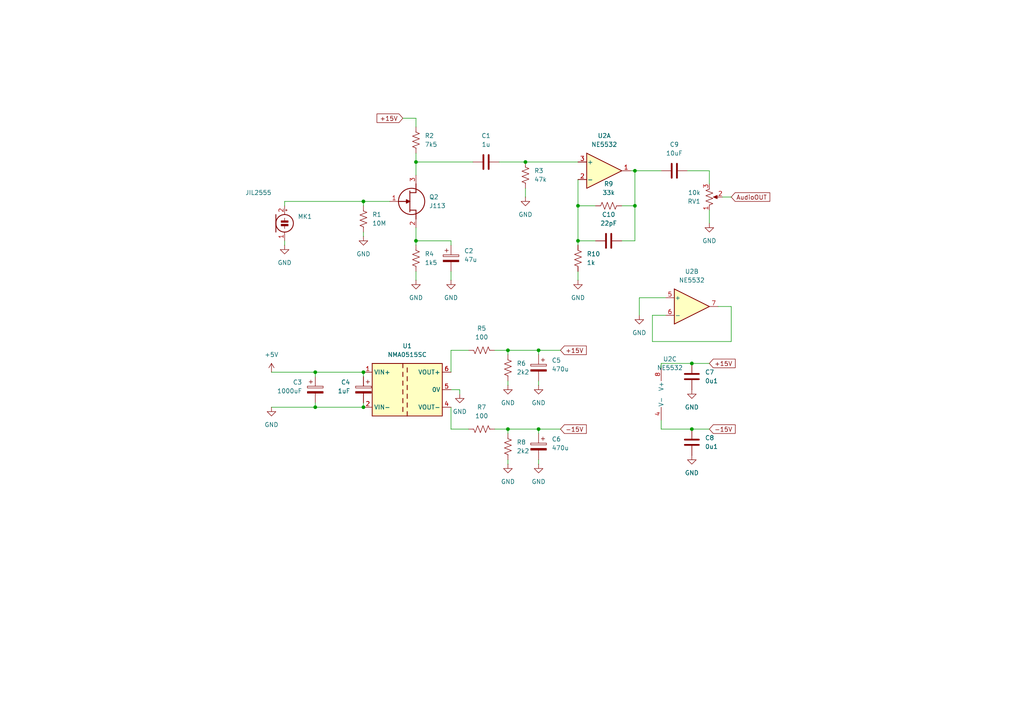
<source format=kicad_sch>
(kicad_sch (version 20250114) (generator "eeschema") (generator_version "9.0")
  (paper "A4")
  (title_block (title "JIL 2555 Pre-Amplifier, lite") (date "2025-05-25") (rev "1.0") (company "Anauseam"))
  (lib_symbols
    (symbol "Amplifier_Operational:NE5532" (pin_names (offset 0.127))
      (property "Reference" "U" (at 0 5.08 0))
      (property "Value" "NE5532" (at 0 -5.08 0))
      (symbol "NE5532_1_1"
        (polyline (pts (xy -5.08 5.08) (xy 5.08 0) (xy -5.08 -5.08) (xy -5.08 5.08)) (stroke (width 0.254)) (fill (type background)))
        (pin input line (at -7.62 2.54 0) (length 2.54) (name "+") (number "3"))
        (pin input line (at -7.62 -2.54 0) (length 2.54) (name "-") (number "2"))
        (pin output line (at 7.62 0 180) (length 2.54) (name "~") (number "1"))
      )
      (symbol "NE5532_2_1"
        (polyline (pts (xy -5.08 5.08) (xy 5.08 0) (xy -5.08 -5.08) (xy -5.08 5.08)) (stroke (width 0.254)) (fill (type background)))
        (pin input line (at -7.62 2.54 0) (length 2.54) (name "+") (number "5"))
        (pin input line (at -7.62 -2.54 0) (length 2.54) (name "-") (number "6"))
        (pin output line (at 7.62 0 180) (length 2.54) (name "~") (number "7"))
      )
      (symbol "NE5532_3_1"
        (pin power_in line (at -2.54 7.62 270) (length 3.81) (name "V+") (number "8"))
        (pin power_in line (at -2.54 -7.62 90) (length 3.81) (name "V-") (number "4"))
      )
    )
    (symbol "Device:C" (pin_numbers (hide yes)) (pin_names (offset 0.254))
      (property "Reference" "C" (at 0.635 2.54 0))
      (property "Value" "C" (at 0.635 -2.54 0))
      (symbol "C_0_1"
        (polyline (pts (xy -2.032 0.762) (xy 2.032 0.762)) (stroke (width 0.508)))
        (polyline (pts (xy -2.032 -0.762) (xy 2.032 -0.762)) (stroke (width 0.508)))
      )
      (symbol "C_1_1"
        (pin passive line (at 0 3.81 270) (length 2.794) (name "~") (number "1"))
        (pin passive line (at 0 -3.81 90) (length 2.794) (name "~") (number "2"))
      )
    )
    (symbol "Device:C_Polarized" (pin_numbers (hide yes)) (pin_names (offset 0.254))
      (property "Reference" "C" (at 0.635 2.54 0))
      (property "Value" "C_Polarized" (at 0.635 -2.54 0))
      (symbol "C_Polarized_0_1"
        (rectangle (start -2.286 0.508) (end 2.286 1.016))
        (polyline (pts (xy -1.778 2.286) (xy -0.762 2.286)))
        (polyline (pts (xy -1.27 2.794) (xy -1.27 1.778)))
        (rectangle (start 2.286 -0.508) (end -2.286 -1.016) (fill (type outline)))
      )
      (symbol "C_Polarized_1_1"
        (pin passive line (at 0 3.81 270) (length 2.794) (name "~") (number "1"))
        (pin passive line (at 0 -3.81 90) (length 2.794) (name "~") (number "2"))
      )
    )
    (symbol "Device:Microphone_Condenser" (pin_names (offset 0.0254) (hide yes))
      (property "Reference" "MK" (at -3.302 1.27 0))
      (property "Value" "Microphone_Condenser" (at -3.302 -0.635 0))
      (symbol "Microphone_Condenser_0_1"
        (polyline (pts (xy -2.54 2.54) (xy -2.54 -2.54)) (stroke (width 0.254)))
        (polyline (pts (xy 0 0.762) (xy 0 1.524)))
        (circle (center 0 0) (radius 2.54) (stroke (width 0.254)))
        (polyline (pts (xy 0 -0.762) (xy 0 -1.524)))
        (polyline (pts (xy 0.254 3.81) (xy 0.762 3.81)))
        (polyline (pts (xy 0.508 4.064) (xy 0.508 3.556)))
        (rectangle (start 1.016 0.762) (end -1.016 0.254) (fill (type outline)))
        (rectangle (start 1.016 -0.254) (end -1.016 -0.762) (fill (type outline)))
      )
      (symbol "Microphone_Condenser_1_1"
        (pin passive line (at 0 5.08 270) (length 2.54) (name "+") (number "2"))
        (pin passive line (at 0 -5.08 90) (length 2.54) (name "-") (number "1"))
      )
    )
    (symbol "Device:R_Potentiometer_US" (pin_names (offset 1.016) (hide yes))
      (property "Reference" "RV" (at -4.445 0 90))
      (property "Value" "R_Potentiometer_US" (at -2.54 0 90))
      (symbol "R_Potentiometer_US_0_1"
        (polyline (pts (xy 0 2.54) (xy 0 2.286)))
        (polyline (pts (xy 0 2.286) (xy 1.016 1.905) (xy 0 1.524) (xy -1.016 1.143) (xy 0 0.762)))
        (polyline (pts (xy 0 0.762) (xy 1.016 0.381) (xy 0 0) (xy -1.016 -0.381) (xy 0 -0.762)))
        (polyline (pts (xy 0 -0.762) (xy 1.016 -1.143) (xy 0 -1.524) (xy -1.016 -1.905) (xy 0 -2.286)))
        (polyline (pts (xy 0 -2.286) (xy 0 -2.54)))
        (polyline (pts (xy 1.143 0) (xy 2.286 0.508) (xy 2.286 -0.508) (xy 1.143 0)) (fill (type outline)))
        (polyline (pts (xy 2.54 0) (xy 1.524 0)))
      )
      (symbol "R_Potentiometer_US_1_1"
        (pin passive line (at 0 3.81 270) (length 1.27) (name "1") (number "1"))
        (pin passive line (at 0 -3.81 90) (length 1.27) (name "3") (number "3"))
        (pin passive line (at 3.81 0 180) (length 1.27) (name "2") (number "2"))
      )
    )
    (symbol "Device:R_US" (pin_numbers (hide yes)) (pin_names (offset 0))
      (property "Reference" "R" (at 2.54 0 90))
      (property "Value" "R_US" (at -2.54 0 90))
      (symbol "R_US_0_1"
        (polyline (pts (xy 0 2.286) (xy 0 2.54)))
        (polyline (pts (xy 0 2.286) (xy 1.016 1.905) (xy 0 1.524) (xy -1.016 1.143) (xy 0 0.762)))
        (polyline (pts (xy 0 0.762) (xy 1.016 0.381) (xy 0 0) (xy -1.016 -0.381) (xy 0 -0.762)))
        (polyline (pts (xy 0 -0.762) (xy 1.016 -1.143) (xy 0 -1.524) (xy -1.016 -1.905) (xy 0 -2.286)))
        (polyline (pts (xy 0 -2.286) (xy 0 -2.54)))
      )
      (symbol "R_US_1_1"
        (pin passive line (at 0 3.81 270) (length 1.27) (name "~") (number "1"))
        (pin passive line (at 0 -3.81 90) (length 1.27) (name "~") (number "2"))
      )
    )
    (symbol "J113-D74Z:J113-D74Z" (pin_names (hide yes))
      (property "Reference" "Q" (at 11.43 1.27 0))
      (property "Value" "J113-D74Z" (at 11.43 -1.27 0))
      (symbol "J113-D74Z_1_1"
        (polyline (pts (xy 2.54 0) (xy 5.842 0)) (stroke (width 0.254)))
        (polyline (pts (xy 5.842 3.048) (xy 5.842 -3.048)) (stroke (width 0.254)))
        (polyline (pts (xy 5.842 0) (xy 4.826 -0.508) (xy 4.826 0.508) (xy 5.842 0)) (stroke (width 0.254)) (fill (type outline)))
        (polyline (pts (xy 5.842 -2.54) (xy 7.62 -2.54)) (stroke (width 0.254)))
        (circle (center 6.35 0) (radius 3.81) (stroke (width 0.254)))
        (polyline (pts (xy 7.62 2.54) (xy 5.842 2.54)) (stroke (width 0.254)))
        (polyline (pts (xy 7.62 2.54) (xy 7.62 5.08)) (stroke (width 0.254)))
        (polyline (pts (xy 7.62 -5.08) (xy 7.62 -2.54)) (stroke (width 0.254)))
        (pin passive line (at 0 0 0) (length 2.54) (name "G") (number "1"))
        (pin passive line (at 7.62 7.62 270) (length 2.54) (name "D") (number "3"))
        (pin passive line (at 7.62 -7.62 90) (length 2.54) (name "S") (number "2"))
      )
    )
    (symbol "Regulator_Switching:NMA0515SC"
      (property "Reference" "U" (at -10.16 8.89 0))
      (property "Value" "NMA0515SC" (at 0 8.89 0))
      (symbol "NMA0515SC_0_1"
        (rectangle (start -10.16 7.62) (end 10.16 -7.62) (stroke (width 0.254)) (fill (type background)))
        (polyline (pts (xy -1.27 7.62) (xy -1.27 6.35)) (stroke (width 0.254)))
        (polyline (pts (xy -1.27 5.08) (xy -1.27 3.81)) (stroke (width 0.254)))
        (polyline (pts (xy -1.27 2.54) (xy -1.27 1.27)) (stroke (width 0.254)))
        (polyline (pts (xy -1.27 0) (xy -1.27 -1.27)) (stroke (width 0.254)))
        (polyline (pts (xy -1.27 -2.54) (xy -1.27 -3.81)) (stroke (width 0.254)))
        (polyline (pts (xy -1.27 -5.08) (xy -1.27 -6.35)) (stroke (width 0.254)))
        (polyline (pts (xy 0 5.08) (xy 0 6.35)) (stroke (width 0.254)))
        (polyline (pts (xy 0 2.54) (xy 0 3.81)) (stroke (width 0.254)))
        (polyline (pts (xy 0 0) (xy 0 1.27)) (stroke (width 0.254)))
        (polyline (pts (xy 0 -1.27) (xy 0 -2.54)) (stroke (width 0.254)))
        (polyline (pts (xy 0 -5.08) (xy 0 -3.81)) (stroke (width 0.254)))
        (polyline (pts (xy 0 -7.62) (xy 0 -6.35)) (stroke (width 0.254)))
      )
      (symbol "NMA0515SC_1_1"
        (pin power_in line (at -12.7 5.08 0) (length 2.54) (name "VIN+") (number "1"))
        (pin power_in line (at -12.7 -5.08 0) (length 2.54) (name "VIN-") (number "2"))
        (pin power_out line (at 12.7 5.08 180) (length 2.54) (name "VOUT+") (number "6"))
        (pin power_out line (at 12.7 0 180) (length 2.54) (name "0V") (number "5"))
        (pin power_out line (at 12.7 -5.08 180) (length 2.54) (name "VOUT-") (number "4"))
      )
    )
    (symbol "power:+5V" (power) (pin_numbers (hide yes)) (pin_names (offset 0) (hide yes))
      (property "Value" "+5V" (at 0 3.556 0))
      (symbol "+5V_0_1"
        (polyline (pts (xy -0.762 1.27) (xy 0 2.54)))
        (polyline (pts (xy 0 2.54) (xy 0.762 1.27)))
        (polyline (pts (xy 0 0) (xy 0 2.54)))
      )
      (symbol "+5V_1_1"
        (pin power_in line (at 0 0 90) (length 0) (name "~") (number "1"))
      )
    )
    (symbol "power:GND" (power) (pin_numbers (hide yes)) (pin_names (offset 0) (hide yes))
      (property "Value" "GND" (at 0 -3.81 0))
      (symbol "GND_0_1"
        (polyline (pts (xy 0 0) (xy 0 -1.27) (xy 1.27 -1.27) (xy 0 -2.54) (xy -1.27 -1.27) (xy 0 -1.27)))
      )
      (symbol "GND_1_1"
        (pin power_in line (at 0 0 270) (length 0) (name "~") (number "1"))
      )
    )
  )
  (junction (at 167.64 69.85))
  (junction (at 105.41 118.11))
  (junction (at 147.32 101.6))
  (junction (at 120.65 46.99))
  (junction (at 167.64 59.69))
  (junction (at 184.15 49.53))
  (junction (at 105.41 58.42))
  (junction (at 152.4 46.99))
  (junction (at 147.32 124.46))
  (junction (at 91.44 107.95))
  (junction (at 184.15 59.69))
  (junction (at 105.41 107.95))
  (junction (at 156.21 124.46))
  (junction (at 91.44 118.11))
  (junction (at 200.66 105.41))
  (junction (at 120.65 69.85))
  (junction (at 200.66 124.46))
  (junction (at 156.21 101.6))
  (wire (pts (xy 205.74 53.34) (xy 205.74 49.53)))
  (wire (pts (xy 184.15 59.69) (xy 184.15 49.53)))
  (wire (pts (xy 167.64 52.07) (xy 167.64 59.69)))
  (wire (pts (xy 147.32 124.46) (xy 147.32 125.73)))
  (wire (pts (xy 200.66 105.41) (xy 191.77 105.41)))
  (wire (pts (xy 120.65 44.45) (xy 120.65 46.99)))
  (wire (pts (xy 82.55 58.42) (xy 105.41 58.42)))
  (wire (pts (xy 91.44 116.84) (xy 91.44 118.11)))
  (wire (pts (xy 130.81 101.6) (xy 130.81 107.95)))
  (wire (pts (xy 105.41 68.58) (xy 105.41 67.31)))
  (wire (pts (xy 212.09 88.9) (xy 208.28 88.9)))
  (wire (pts (xy 130.81 78.74) (xy 130.81 81.28)))
  (wire (pts (xy 120.65 69.85) (xy 130.81 69.85)))
  (wire (pts (xy 156.21 101.6) (xy 162.56 101.6)))
  (wire (pts (xy 182.88 49.53) (xy 184.15 49.53)))
  (wire (pts (xy 133.35 113.03) (xy 130.81 113.03)))
  (wire (pts (xy 205.74 49.53) (xy 199.39 49.53)))
  (wire (pts (xy 185.42 86.36) (xy 193.04 86.36)))
  (wire (pts (xy 135.89 101.6) (xy 130.81 101.6)))
  (wire (pts (xy 156.21 124.46) (xy 162.56 124.46)))
  (wire (pts (xy 130.81 124.46) (xy 130.81 118.11)))
  (wire (pts (xy 116.84 34.29) (xy 120.65 34.29)))
  (wire (pts (xy 91.44 109.22) (xy 91.44 107.95)))
  (wire (pts (xy 205.74 64.77) (xy 205.74 60.96)))
  (wire (pts (xy 91.44 118.11) (xy 105.41 118.11)))
  (wire (pts (xy 78.74 107.95) (xy 91.44 107.95)))
  (wire (pts (xy 143.51 124.46) (xy 147.32 124.46)))
  (wire (pts (xy 105.41 107.95) (xy 105.41 109.22)))
  (wire (pts (xy 184.15 49.53) (xy 191.77 49.53)))
  (wire (pts (xy 120.65 46.99) (xy 120.65 50.8)))
  (wire (pts (xy 120.65 66.04) (xy 120.65 69.85)))
  (wire (pts (xy 147.32 124.46) (xy 156.21 124.46)))
  (wire (pts (xy 143.51 101.6) (xy 147.32 101.6)))
  (wire (pts (xy 205.74 105.41) (xy 200.66 105.41)))
  (wire (pts (xy 120.65 34.29) (xy 120.65 36.83)))
  (wire (pts (xy 147.32 134.62) (xy 147.32 133.35)))
  (wire (pts (xy 212.09 99.06) (xy 212.09 88.9)))
  (wire (pts (xy 78.74 118.11) (xy 91.44 118.11)))
  (wire (pts (xy 105.41 116.84) (xy 105.41 118.11)))
  (wire (pts (xy 189.23 91.44) (xy 189.23 99.06)))
  (wire (pts (xy 185.42 86.36) (xy 185.42 91.44)))
  (wire (pts (xy 184.15 69.85) (xy 184.15 59.69)))
  (wire (pts (xy 191.77 105.41) (xy 191.77 106.68)))
  (wire (pts (xy 200.66 124.46) (xy 191.77 124.46)))
  (wire (pts (xy 167.64 69.85) (xy 172.72 69.85)))
  (wire (pts (xy 152.4 57.15) (xy 152.4 54.61)))
  (wire (pts (xy 212.09 57.15) (xy 209.55 57.15)))
  (wire (pts (xy 167.64 59.69) (xy 167.64 69.85)))
  (wire (pts (xy 133.35 114.3) (xy 133.35 113.03)))
  (wire (pts (xy 156.21 125.73) (xy 156.21 124.46)))
  (wire (pts (xy 105.41 58.42) (xy 113.03 58.42)))
  (wire (pts (xy 167.64 69.85) (xy 167.64 71.12)))
  (wire (pts (xy 167.64 81.28) (xy 167.64 78.74)))
  (wire (pts (xy 82.55 71.12) (xy 82.55 69.85)))
  (wire (pts (xy 180.34 59.69) (xy 184.15 59.69)))
  (wire (pts (xy 82.55 59.69) (xy 82.55 58.42)))
  (wire (pts (xy 144.78 46.99) (xy 152.4 46.99)))
  (wire (pts (xy 135.89 124.46) (xy 130.81 124.46)))
  (wire (pts (xy 120.65 46.99) (xy 137.16 46.99)))
  (wire (pts (xy 147.32 101.6) (xy 156.21 101.6)))
  (wire (pts (xy 205.74 124.46) (xy 200.66 124.46)))
  (wire (pts (xy 156.21 110.49) (xy 156.21 111.76)))
  (wire (pts (xy 180.34 69.85) (xy 184.15 69.85)))
  (wire (pts (xy 147.32 110.49) (xy 147.32 111.76)))
  (wire (pts (xy 156.21 101.6) (xy 156.21 102.87)))
  (wire (pts (xy 191.77 124.46) (xy 191.77 121.92)))
  (wire (pts (xy 156.21 134.62) (xy 156.21 133.35)))
  (wire (pts (xy 130.81 71.12) (xy 130.81 69.85)))
  (wire (pts (xy 189.23 99.06) (xy 212.09 99.06)))
  (wire (pts (xy 167.64 59.69) (xy 172.72 59.69)))
  (wire (pts (xy 147.32 101.6) (xy 147.32 102.87)))
  (wire (pts (xy 193.04 91.44) (xy 189.23 91.44)))
  (wire (pts (xy 120.65 78.74) (xy 120.65 81.28)))
  (wire (pts (xy 91.44 107.95) (xy 105.41 107.95)))
  (wire (pts (xy 152.4 46.99) (xy 167.64 46.99)))
  (wire (pts (xy 105.41 59.69) (xy 105.41 58.42)))
  (wire (pts (xy 120.65 71.12) (xy 120.65 69.85)))
  (global_label "+15V" (shape input) (at 116.84 34.29 180) (property "Intersheetrefs" "${INTERSHEET_REFS}" (effects (hide yes))))
  (global_label "AudioOUT" (shape input) (at 212.09 57.15 0) (property "Intersheetrefs" "${INTERSHEET_REFS}" (effects (hide yes))))
  (global_label "-15V" (shape input) (at 162.56 124.46 0) (property "Intersheetrefs" "${INTERSHEET_REFS}" (effects (hide yes))))
  (global_label "-15V" (shape input) (at 205.74 124.46 0) (property "Intersheetrefs" "${INTERSHEET_REFS}" (effects (hide yes))))
  (global_label "+15V" (shape input) (at 162.56 101.6 0) (property "Intersheetrefs" "${INTERSHEET_REFS}" (effects (hide yes))))
  (global_label "+15V" (shape input) (at 205.74 105.41 0) (property "Intersheetrefs" "${INTERSHEET_REFS}" (effects (hide yes))))
  (symbol (lib_id "power:+5V") (at 78.74 107.95 0) (mirror y) (unit 1)
    (property "Reference" "#PWR01" (effects (hide yes)))
    (property "Value" "+5V" (at 78.74 102.87 0))
    (property "Description" "Power symbol creates a global label with name \"+5V\"" (effects (hide yes)))
  )
  (symbol (lib_id "power:GND") (at 200.66 132.08 0) (mirror y) (unit 1)
    (property "Reference" "#PWR015" (effects (hide yes)))
    (property "Value" "GND" (at 200.66 137.16 0))
    (property "Description" "Power symbol creates a global label with name \"GND\" , ground" (effects (hide yes)))
  )
  (symbol (lib_id "Device:C") (at 200.66 109.22 180) (unit 1)
    (property "Reference" "C7" (at 204.47 107.9499 0) (effects (justify right)))
    (property "Value" "0u1" (at 204.47 110.4899 0) (effects (justify right)))
    (property "Description" "Unpolarized capacitor" (effects (hide yes)))
  )
  (symbol (lib_id "power:GND") (at 147.32 134.62 0) (mirror y) (unit 1)
    (property "Reference" "#PWR010" (effects (hide yes)))
    (property "Value" "GND" (at 147.32 139.7 0))
    (property "Description" "Power symbol creates a global label with name \"GND\" , ground" (effects (hide yes)))
  )
  (symbol (lib_id "power:GND") (at 205.74 64.77 0) (mirror y) (unit 1)
    (property "Reference" "#PWR016" (effects (hide yes)))
    (property "Value" "GND" (at 205.74 69.85 0))
    (property "Description" "Power symbol creates a global label with name \"GND\" , ground" (effects (hide yes)))
  )
  (symbol (lib_id "Device:C") (at 200.66 128.27 180) (unit 1)
    (property "Reference" "C8" (at 204.47 126.9999 0) (effects (justify right)))
    (property "Value" "0u1" (at 204.47 129.5399 0) (effects (justify right)))
    (property "Description" "Unpolarized capacitor" (effects (hide yes)))
  )
  (symbol (lib_id "Amplifier_Operational:NE5532") (at 175.26 49.53 0) (unit 1)
    (property "Reference" "U2" (at 175.26 39.37 0))
    (property "Value" "NE5532" (at 175.26 41.91 0))
    (property "Datasheet" "http://www.ti.com/lit/ds/symlink/ne5532.pdf" (effects (hide yes)))
    (property "Description" "Dual Low-Noise Operational Amplifiers, DIP-8/SOIC-8" (effects (hide yes)))
  )
  (symbol (lib_id "Device:C_Polarized") (at 91.44 113.03 0) (unit 1)
    (property "Reference" "C3" (at 87.63 110.8709 0) (effects (justify right)))
    (property "Value" "1000uF" (at 87.63 113.4109 0) (effects (justify right)))
    (property "Description" "Polarized capacitor" (effects (hide yes)))
  )
  (symbol (lib_id "Device:R_US") (at 147.32 106.68 0) (unit 1)
    (property "Reference" "R6" (at 149.86 105.4099 0) (effects (justify left)))
    (property "Value" "2k2" (at 149.86 107.9499 0) (effects (justify left)))
    (property "Description" "Resistor, US symbol" (effects (hide yes)))
  )
  (symbol (lib_id "power:GND") (at 167.64 81.28 0) (mirror y) (unit 1)
    (property "Reference" "#PWR013" (effects (hide yes)))
    (property "Value" "GND" (at 167.64 86.36 0))
    (property "Description" "Power symbol creates a global label with name \"GND\" , ground" (effects (hide yes)))
  )
  (symbol (lib_id "Device:C_Polarized") (at 130.81 74.93 0) (unit 1)
    (property "Reference" "C2" (at 134.62 72.7709 0) (effects (justify left)))
    (property "Value" "47u" (at 134.62 75.3109 0) (effects (justify left)))
    (property "Description" "Polarized capacitor" (effects (hide yes)))
  )
  (symbol (lib_id "power:GND") (at 130.81 81.28 0) (unit 1)
    (property "Reference" "#PWR07" (effects (hide yes)))
    (property "Value" "GND" (at 130.81 86.36 0))
    (property "Description" "Power symbol creates a global label with name \"GND\" , ground" (effects (hide yes)))
  )
  (symbol (lib_id "J113-D74Z:J113-D74Z") (at 113.03 58.42 0) (unit 1)
    (property "Reference" "Q2" (at 124.46 57.1499 0) (effects (justify left)))
    (property "Value" "J113" (at 124.46 59.6899 0) (effects (justify left)))
    (property "Footprint" "J113D74Z" (effects (hide yes)))
    (property "Datasheet" "https://www.onsemi.com/pub/Collateral/MMBFJ113-D.PDF" (effects (hide yes)))
    (property "Description" "These are Pb-Free Devices; Sourced from Process 51" (effects (hide yes)))
    (property "Height" "5.33" (effects (hide yes)))
    (property "Manufacturer_Name" "onsemi" (effects (hide yes)))
    (property "Manufacturer_Part_Number" "J113-D74Z" (effects (hide yes)))
    (property "Mouser Part Number" "512-J113D74Z" (effects (hide yes)))
    (property "Mouser Price/Stock" "https://www.mouser.co.uk/ProductDetail/onsemi-Fairchild/J113-D74Z?qs=0lQeLiL1qyZQ7ZapTT2PEA%3D%3D" (effects (hide yes)))
    (property "Arrow Part Number" "J113-D74Z" (effects (hide yes)))
    (property "Arrow Price/Stock" "https://www.arrow.com/en/products/j113-d74z/on-semiconductor" (effects (hide yes)))
  )
  (symbol (lib_id "power:GND") (at 152.4 57.15 0) (mirror y) (unit 1)
    (property "Reference" "#PWR012" (effects (hide yes)))
    (property "Value" "GND" (at 152.4 62.23 0))
    (property "Description" "Power symbol creates a global label with name \"GND\" , ground" (effects (hide yes)))
  )
  (symbol (lib_id "Device:C_Polarized") (at 156.21 129.54 0) (mirror y) (unit 1)
    (property "Reference" "C6" (at 160.02 127.3809 0) (effects (justify right)))
    (property "Value" "470u" (at 160.02 129.9209 0) (effects (justify right)))
    (property "Description" "Polarized capacitor" (effects (hide yes)))
  )
  (symbol (lib_id "Device:Microphone_Condenser") (at 82.55 64.77 0) (unit 1)
    (property "Reference" "MK1" (at 86.36 62.8014 0) (effects (justify left)))
    (property "Value" "JIL2555" (at 71.12 55.88 0) (effects (justify left)))
    (property "Description" "Condenser microphone" (effects (hide yes)))
  )
  (symbol (lib_id "power:GND") (at 185.42 91.44 0) (mirror y) (unit 1)
    (property "Reference" "#PWR017" (effects (hide yes)))
    (property "Value" "GND" (at 185.42 96.52 0))
    (property "Description" "Power symbol creates a global label with name \"GND\" , ground" (effects (hide yes)))
  )
  (symbol (lib_id "Device:R_US") (at 120.65 74.93 180) (unit 1)
    (property "Reference" "R4" (at 123.19 73.6599 0) (effects (justify right)))
    (property "Value" "1k5" (at 123.19 76.1999 0) (effects (justify right)))
    (property "Description" "Resistor, US symbol" (effects (hide yes)))
  )
  (symbol (lib_id "power:GND") (at 78.74 118.11 0) (mirror y) (unit 1)
    (property "Reference" "#PWR04" (effects (hide yes)))
    (property "Value" "GND" (at 78.74 123.19 0))
    (property "Description" "Power symbol creates a global label with name \"GND\" , ground" (effects (hide yes)))
  )
  (symbol (lib_id "Device:C") (at 195.58 49.53 90) (unit 1)
    (property "Reference" "C9" (at 195.58 41.91 90))
    (property "Value" "10uF" (at 195.58 44.45 90))
    (property "Description" "Unpolarized capacitor" (effects (hide yes)))
  )
  (symbol (lib_id "Device:R_US") (at 139.7 101.6 270) (mirror x) (unit 1)
    (property "Reference" "R5" (at 139.7 95.25 90))
    (property "Value" "100" (at 139.7 97.79 90))
    (property "Description" "Resistor, US symbol" (effects (hide yes)))
  )
  (symbol (lib_id "Device:R_US") (at 152.4 50.8 0) (unit 1)
    (property "Reference" "R3" (at 154.94 49.5299 0) (effects (justify left)))
    (property "Value" "47k" (at 154.94 52.0699 0) (effects (justify left)))
    (property "Description" "Resistor, US symbol" (effects (hide yes)))
  )
  (symbol (lib_id "power:GND") (at 105.41 68.58 0) (unit 1)
    (property "Reference" "#PWR03" (effects (hide yes)))
    (property "Value" "GND" (at 105.41 73.66 0))
    (property "Description" "Power symbol creates a global label with name \"GND\" , ground" (effects (hide yes)))
  )
  (symbol (lib_id "Device:C_Polarized") (at 105.41 113.03 0) (mirror y) (unit 1)
    (property "Reference" "C4" (at 101.6 110.8709 0) (effects (justify left)))
    (property "Value" "1uF" (at 101.6 113.4109 0) (effects (justify left)))
    (property "Description" "Polarized capacitor" (effects (hide yes)))
  )
  (symbol (lib_id "Amplifier_Operational:NE5532") (at 194.31 114.3 0) (unit 3)
    (property "Reference" "U2" (at 194.31 104.14 0))
    (property "Value" "NE5532" (at 194.31 106.68 0))
    (property "Datasheet" "http://www.ti.com/lit/ds/symlink/ne5532.pdf" (effects (hide yes)))
    (property "Description" "Dual Low-Noise Operational Amplifiers, DIP-8/SOIC-8" (effects (hide yes)))
  )
  (symbol (lib_id "Device:R_US") (at 167.64 74.93 0) (unit 1)
    (property "Reference" "R10" (at 170.18 73.6599 0) (effects (justify left)))
    (property "Value" "1k" (at 170.18 76.1999 0) (effects (justify left)))
    (property "Description" "Resistor, US symbol" (effects (hide yes)))
  )
  (symbol (lib_id "Device:C") (at 140.97 46.99 90) (unit 1)
    (property "Reference" "C1" (at 140.97 39.37 90))
    (property "Value" "1u" (at 140.97 41.91 90))
    (property "Description" "Unpolarized capacitor" (effects (hide yes)))
  )
  (symbol (lib_id "power:GND") (at 156.21 111.76 0) (mirror y) (unit 1)
    (property "Reference" "#PWR09" (effects (hide yes)))
    (property "Value" "GND" (at 156.21 116.84 0))
    (property "Description" "Power symbol creates a global label with name \"GND\" , ground" (effects (hide yes)))
  )
  (symbol (lib_id "power:GND") (at 147.32 111.76 0) (mirror y) (unit 1)
    (property "Reference" "#PWR08" (effects (hide yes)))
    (property "Value" "GND" (at 147.32 116.84 0))
    (property "Description" "Power symbol creates a global label with name \"GND\" , ground" (effects (hide yes)))
  )
  (symbol (lib_id "Device:R_US") (at 105.41 63.5 0) (unit 1)
    (property "Reference" "R1" (at 107.95 62.2299 0) (effects (justify left)))
    (property "Value" "10M" (at 107.95 64.7699 0) (effects (justify left)))
    (property "Description" "Resistor, US symbol" (effects (hide yes)))
  )
  (symbol (lib_id "power:GND") (at 200.66 113.03 0) (mirror y) (unit 1)
    (property "Reference" "#PWR014" (effects (hide yes)))
    (property "Value" "GND" (at 200.66 118.11 0))
    (property "Description" "Power symbol creates a global label with name \"GND\" , ground" (effects (hide yes)))
  )
  (symbol (lib_id "Device:R_US") (at 147.32 129.54 0) (unit 1)
    (property "Reference" "R8" (at 149.86 128.2699 0) (effects (justify left)))
    (property "Value" "2k2" (at 149.86 130.8099 0) (effects (justify left)))
    (property "Description" "Resistor, US symbol" (effects (hide yes)))
  )
  (symbol (lib_id "Amplifier_Operational:NE5532") (at 200.66 88.9 0) (unit 2)
    (property "Reference" "U2" (at 200.66 78.74 0))
    (property "Value" "NE5532" (at 200.66 81.28 0))
    (property "Datasheet" "http://www.ti.com/lit/ds/symlink/ne5532.pdf" (effects (hide yes)))
    (property "Description" "Dual Low-Noise Operational Amplifiers, DIP-8/SOIC-8" (effects (hide yes)))
  )
  (symbol (lib_id "Device:R_US") (at 139.7 124.46 270) (mirror x) (unit 1)
    (property "Reference" "R7" (at 139.7 118.11 90))
    (property "Value" "100" (at 139.7 120.65 90))
    (property "Description" "Resistor, US symbol" (effects (hide yes)))
  )
  (symbol (lib_id "power:GND") (at 133.35 114.3 0) (mirror y) (unit 1)
    (property "Reference" "#PWR05" (effects (hide yes)))
    (property "Value" "GND" (at 133.35 119.38 0))
    (property "Description" "Power symbol creates a global label with name \"GND\" , ground" (effects (hide yes)))
  )
  (symbol (lib_id "power:GND") (at 156.21 134.62 0) (mirror y) (unit 1)
    (property "Reference" "#PWR011" (effects (hide yes)))
    (property "Value" "GND" (at 156.21 139.7 0))
    (property "Description" "Power symbol creates a global label with name \"GND\" , ground" (effects (hide yes)))
  )
  (symbol (lib_id "power:GND") (at 82.55 71.12 0) (unit 1)
    (property "Reference" "#PWR02" (effects (hide yes)))
    (property "Value" "GND" (at 82.55 76.2 0))
    (property "Description" "Power symbol creates a global label with name \"GND\" , ground" (effects (hide yes)))
  )
  (symbol (lib_id "Regulator_Switching:NMA0515SC") (at 118.11 113.03 0) (unit 1)
    (property "Reference" "U1" (at 118.11 100.33 0))
    (property "Value" "NMA0515SC" (at 118.11 102.87 0))
    (property "Footprint" "Converter_DCDC:Converter_DCDC_Murata_NMAxxxxSC_THT" (effects (hide yes)))
    (property "Datasheet" "http://power.murata.com/data/power/ncl/kdc_nma.pdf" (effects (hide yes)))
    (property "Description" "±33mA Isolated 1W Dual output DC/DC Converter Module, 5V Input Voltage, ±15V Output Voltage, SIP3" (effects (hide yes)))
  )
  (symbol (lib_id "Device:R_US") (at 120.65 40.64 180) (unit 1)
    (property "Reference" "R2" (at 123.19 39.3699 0) (effects (justify right)))
    (property "Value" "7k5" (at 123.19 41.9099 0) (effects (justify right)))
    (property "Description" "Resistor, US symbol" (effects (hide yes)))
  )
  (symbol (lib_id "Device:R_US") (at 176.53 59.69 90) (unit 1)
    (property "Reference" "R9" (at 176.53 53.34 90))
    (property "Value" "33k" (at 176.53 55.88 90))
    (property "Description" "Resistor, US symbol" (effects (hide yes)))
  )
  (symbol (lib_id "Device:C") (at 176.53 69.85 90) (unit 1)
    (property "Reference" "C10" (at 176.53 62.23 90))
    (property "Value" "22pF" (at 176.53 64.77 90))
    (property "Description" "Unpolarized capacitor" (effects (hide yes)))
  )
  (symbol (lib_id "Device:C_Polarized") (at 156.21 106.68 0) (mirror y) (unit 1)
    (property "Reference" "C5" (at 160.02 104.5209 0) (effects (justify right)))
    (property "Value" "470u" (at 160.02 107.0609 0) (effects (justify right)))
    (property "Description" "Polarized capacitor" (effects (hide yes)))
  )
  (symbol (lib_id "Device:R_Potentiometer_US") (at 205.74 57.15 0) (mirror x) (unit 1)
    (property "Reference" "RV1" (at 203.2 58.4201 0) (effects (justify right)))
    (property "Value" "10k" (at 203.2 55.8801 0) (effects (justify right)))
    (property "Description" "Potentiometer, US symbol" (effects (hide yes)))
  )
  (symbol (lib_id "power:GND") (at 120.65 81.28 0) (unit 1)
    (property "Reference" "#PWR06" (effects (hide yes)))
    (property "Value" "GND" (at 120.65 86.36 0))
    (property "Description" "Power symbol creates a global label with name \"GND\" , ground" (effects (hide yes)))
  )
)
</source>
